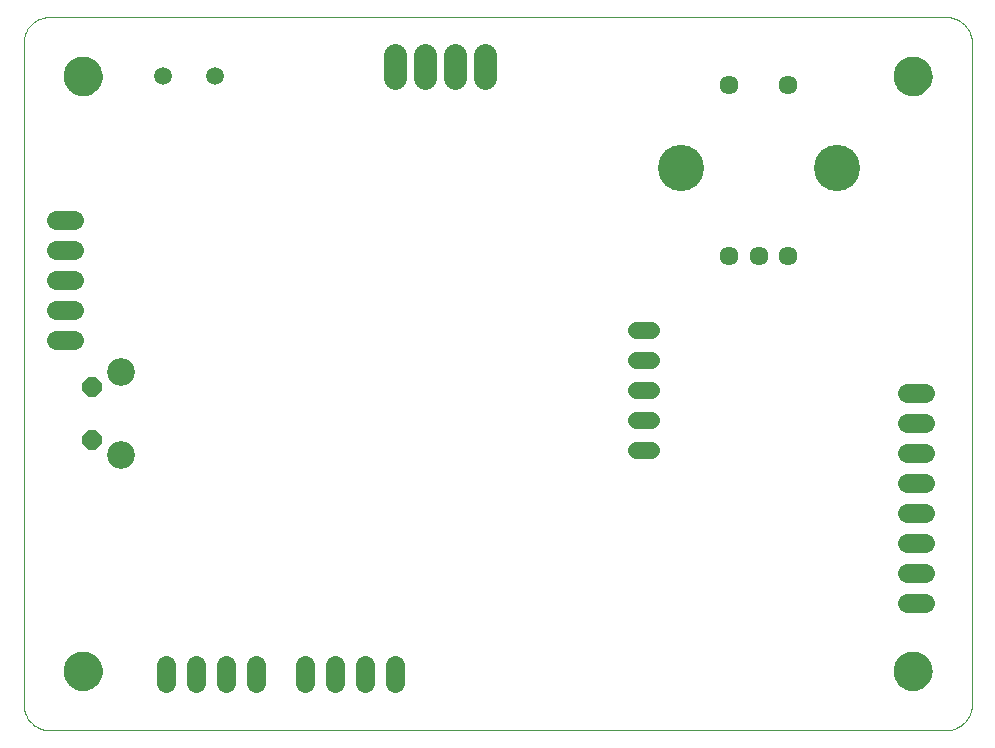
<source format=gbs>
G75*
G70*
%OFA0B0*%
%FSLAX24Y24*%
%IPPOS*%
%LPD*%
%AMOC8*
5,1,8,0,0,1.08239X$1,22.5*
%
%ADD10C,0.0000*%
%ADD11C,0.1300*%
%ADD12C,0.0560*%
%ADD13OC8,0.0640*%
%ADD14C,0.0925*%
%ADD15C,0.0594*%
%ADD16C,0.0634*%
%ADD17C,0.0780*%
%ADD18C,0.0634*%
%ADD19C,0.1540*%
D10*
X003197Y007660D02*
X033224Y007660D01*
X033281Y007666D01*
X033338Y007676D01*
X033394Y007690D01*
X033449Y007708D01*
X033503Y007729D01*
X033555Y007754D01*
X033605Y007783D01*
X033653Y007815D01*
X033699Y007850D01*
X033743Y007888D01*
X033783Y007928D01*
X033821Y007972D01*
X033856Y008018D01*
X033888Y008066D01*
X033917Y008116D01*
X033942Y008168D01*
X033963Y008222D01*
X033981Y008277D01*
X033995Y008333D01*
X034005Y008390D01*
X034011Y008447D01*
X034011Y030637D01*
X034011Y030638D02*
X034005Y030695D01*
X033995Y030752D01*
X033981Y030808D01*
X033963Y030863D01*
X033942Y030917D01*
X033917Y030969D01*
X033888Y031019D01*
X033856Y031067D01*
X033821Y031113D01*
X033783Y031157D01*
X033743Y031197D01*
X033699Y031235D01*
X033653Y031270D01*
X033605Y031302D01*
X033555Y031331D01*
X033503Y031356D01*
X033449Y031377D01*
X033394Y031395D01*
X033338Y031409D01*
X033281Y031419D01*
X033224Y031425D01*
X003197Y031425D01*
X003140Y031419D01*
X003083Y031409D01*
X003027Y031395D01*
X002972Y031377D01*
X002918Y031356D01*
X002866Y031331D01*
X002816Y031302D01*
X002768Y031270D01*
X002722Y031235D01*
X002678Y031197D01*
X002638Y031157D01*
X002600Y031113D01*
X002565Y031067D01*
X002533Y031019D01*
X002504Y030969D01*
X002479Y030917D01*
X002458Y030863D01*
X002440Y030808D01*
X002426Y030752D01*
X002416Y030695D01*
X002410Y030638D01*
X002410Y030637D02*
X002410Y008447D01*
X002416Y008390D01*
X002426Y008333D01*
X002440Y008277D01*
X002458Y008222D01*
X002479Y008168D01*
X002504Y008116D01*
X002533Y008066D01*
X002565Y008018D01*
X002600Y007972D01*
X002638Y007928D01*
X002678Y007888D01*
X002722Y007850D01*
X002768Y007815D01*
X002816Y007783D01*
X002866Y007754D01*
X002918Y007729D01*
X002972Y007708D01*
X003027Y007690D01*
X003083Y007676D01*
X003140Y007666D01*
X003197Y007660D01*
X003749Y009629D02*
X003751Y009679D01*
X003757Y009729D01*
X003767Y009778D01*
X003781Y009826D01*
X003798Y009873D01*
X003819Y009918D01*
X003844Y009962D01*
X003872Y010003D01*
X003904Y010042D01*
X003938Y010079D01*
X003975Y010113D01*
X004015Y010143D01*
X004057Y010170D01*
X004101Y010194D01*
X004147Y010215D01*
X004194Y010231D01*
X004242Y010244D01*
X004292Y010253D01*
X004341Y010258D01*
X004392Y010259D01*
X004442Y010256D01*
X004491Y010249D01*
X004540Y010238D01*
X004588Y010223D01*
X004634Y010205D01*
X004679Y010183D01*
X004722Y010157D01*
X004763Y010128D01*
X004802Y010096D01*
X004838Y010061D01*
X004870Y010023D01*
X004900Y009983D01*
X004927Y009940D01*
X004950Y009896D01*
X004969Y009850D01*
X004985Y009802D01*
X004997Y009753D01*
X005005Y009704D01*
X005009Y009654D01*
X005009Y009604D01*
X005005Y009554D01*
X004997Y009505D01*
X004985Y009456D01*
X004969Y009408D01*
X004950Y009362D01*
X004927Y009318D01*
X004900Y009275D01*
X004870Y009235D01*
X004838Y009197D01*
X004802Y009162D01*
X004763Y009130D01*
X004722Y009101D01*
X004679Y009075D01*
X004634Y009053D01*
X004588Y009035D01*
X004540Y009020D01*
X004491Y009009D01*
X004442Y009002D01*
X004392Y008999D01*
X004341Y009000D01*
X004292Y009005D01*
X004242Y009014D01*
X004194Y009027D01*
X004147Y009043D01*
X004101Y009064D01*
X004057Y009088D01*
X004015Y009115D01*
X003975Y009145D01*
X003938Y009179D01*
X003904Y009216D01*
X003872Y009255D01*
X003844Y009296D01*
X003819Y009340D01*
X003798Y009385D01*
X003781Y009432D01*
X003767Y009480D01*
X003757Y009529D01*
X003751Y009579D01*
X003749Y009629D01*
X003749Y029456D02*
X003751Y029506D01*
X003757Y029556D01*
X003767Y029605D01*
X003781Y029653D01*
X003798Y029700D01*
X003819Y029745D01*
X003844Y029789D01*
X003872Y029830D01*
X003904Y029869D01*
X003938Y029906D01*
X003975Y029940D01*
X004015Y029970D01*
X004057Y029997D01*
X004101Y030021D01*
X004147Y030042D01*
X004194Y030058D01*
X004242Y030071D01*
X004292Y030080D01*
X004341Y030085D01*
X004392Y030086D01*
X004442Y030083D01*
X004491Y030076D01*
X004540Y030065D01*
X004588Y030050D01*
X004634Y030032D01*
X004679Y030010D01*
X004722Y029984D01*
X004763Y029955D01*
X004802Y029923D01*
X004838Y029888D01*
X004870Y029850D01*
X004900Y029810D01*
X004927Y029767D01*
X004950Y029723D01*
X004969Y029677D01*
X004985Y029629D01*
X004997Y029580D01*
X005005Y029531D01*
X005009Y029481D01*
X005009Y029431D01*
X005005Y029381D01*
X004997Y029332D01*
X004985Y029283D01*
X004969Y029235D01*
X004950Y029189D01*
X004927Y029145D01*
X004900Y029102D01*
X004870Y029062D01*
X004838Y029024D01*
X004802Y028989D01*
X004763Y028957D01*
X004722Y028928D01*
X004679Y028902D01*
X004634Y028880D01*
X004588Y028862D01*
X004540Y028847D01*
X004491Y028836D01*
X004442Y028829D01*
X004392Y028826D01*
X004341Y028827D01*
X004292Y028832D01*
X004242Y028841D01*
X004194Y028854D01*
X004147Y028870D01*
X004101Y028891D01*
X004057Y028915D01*
X004015Y028942D01*
X003975Y028972D01*
X003938Y029006D01*
X003904Y029043D01*
X003872Y029082D01*
X003844Y029123D01*
X003819Y029167D01*
X003798Y029212D01*
X003781Y029259D01*
X003767Y029307D01*
X003757Y029356D01*
X003751Y029406D01*
X003749Y029456D01*
X031413Y029456D02*
X031415Y029506D01*
X031421Y029556D01*
X031431Y029605D01*
X031445Y029653D01*
X031462Y029700D01*
X031483Y029745D01*
X031508Y029789D01*
X031536Y029830D01*
X031568Y029869D01*
X031602Y029906D01*
X031639Y029940D01*
X031679Y029970D01*
X031721Y029997D01*
X031765Y030021D01*
X031811Y030042D01*
X031858Y030058D01*
X031906Y030071D01*
X031956Y030080D01*
X032005Y030085D01*
X032056Y030086D01*
X032106Y030083D01*
X032155Y030076D01*
X032204Y030065D01*
X032252Y030050D01*
X032298Y030032D01*
X032343Y030010D01*
X032386Y029984D01*
X032427Y029955D01*
X032466Y029923D01*
X032502Y029888D01*
X032534Y029850D01*
X032564Y029810D01*
X032591Y029767D01*
X032614Y029723D01*
X032633Y029677D01*
X032649Y029629D01*
X032661Y029580D01*
X032669Y029531D01*
X032673Y029481D01*
X032673Y029431D01*
X032669Y029381D01*
X032661Y029332D01*
X032649Y029283D01*
X032633Y029235D01*
X032614Y029189D01*
X032591Y029145D01*
X032564Y029102D01*
X032534Y029062D01*
X032502Y029024D01*
X032466Y028989D01*
X032427Y028957D01*
X032386Y028928D01*
X032343Y028902D01*
X032298Y028880D01*
X032252Y028862D01*
X032204Y028847D01*
X032155Y028836D01*
X032106Y028829D01*
X032056Y028826D01*
X032005Y028827D01*
X031956Y028832D01*
X031906Y028841D01*
X031858Y028854D01*
X031811Y028870D01*
X031765Y028891D01*
X031721Y028915D01*
X031679Y028942D01*
X031639Y028972D01*
X031602Y029006D01*
X031568Y029043D01*
X031536Y029082D01*
X031508Y029123D01*
X031483Y029167D01*
X031462Y029212D01*
X031445Y029259D01*
X031431Y029307D01*
X031421Y029356D01*
X031415Y029406D01*
X031413Y029456D01*
X031413Y009629D02*
X031415Y009679D01*
X031421Y009729D01*
X031431Y009778D01*
X031445Y009826D01*
X031462Y009873D01*
X031483Y009918D01*
X031508Y009962D01*
X031536Y010003D01*
X031568Y010042D01*
X031602Y010079D01*
X031639Y010113D01*
X031679Y010143D01*
X031721Y010170D01*
X031765Y010194D01*
X031811Y010215D01*
X031858Y010231D01*
X031906Y010244D01*
X031956Y010253D01*
X032005Y010258D01*
X032056Y010259D01*
X032106Y010256D01*
X032155Y010249D01*
X032204Y010238D01*
X032252Y010223D01*
X032298Y010205D01*
X032343Y010183D01*
X032386Y010157D01*
X032427Y010128D01*
X032466Y010096D01*
X032502Y010061D01*
X032534Y010023D01*
X032564Y009983D01*
X032591Y009940D01*
X032614Y009896D01*
X032633Y009850D01*
X032649Y009802D01*
X032661Y009753D01*
X032669Y009704D01*
X032673Y009654D01*
X032673Y009604D01*
X032669Y009554D01*
X032661Y009505D01*
X032649Y009456D01*
X032633Y009408D01*
X032614Y009362D01*
X032591Y009318D01*
X032564Y009275D01*
X032534Y009235D01*
X032502Y009197D01*
X032466Y009162D01*
X032427Y009130D01*
X032386Y009101D01*
X032343Y009075D01*
X032298Y009053D01*
X032252Y009035D01*
X032204Y009020D01*
X032155Y009009D01*
X032106Y009002D01*
X032056Y008999D01*
X032005Y009000D01*
X031956Y009005D01*
X031906Y009014D01*
X031858Y009027D01*
X031811Y009043D01*
X031765Y009064D01*
X031721Y009088D01*
X031679Y009115D01*
X031639Y009145D01*
X031602Y009179D01*
X031568Y009216D01*
X031536Y009255D01*
X031508Y009296D01*
X031483Y009340D01*
X031462Y009385D01*
X031445Y009432D01*
X031431Y009480D01*
X031421Y009529D01*
X031415Y009579D01*
X031413Y009629D01*
D11*
X032043Y009629D03*
X032043Y029456D03*
X004379Y029456D03*
X004379Y009629D03*
D12*
X022815Y016988D02*
X023335Y016988D01*
X023335Y017988D02*
X022815Y017988D01*
X022815Y018988D02*
X023335Y018988D01*
X023335Y019988D02*
X022815Y019988D01*
X022815Y020988D02*
X023335Y020988D01*
D13*
X004670Y019100D03*
X004670Y017320D03*
D14*
X005650Y016830D03*
X005650Y019590D03*
D15*
X007044Y029460D03*
X008776Y029460D03*
D16*
X004082Y024660D02*
X003488Y024660D01*
X003488Y023660D02*
X004082Y023660D01*
X004082Y022660D02*
X003488Y022660D01*
X003488Y021660D02*
X004082Y021660D01*
X004082Y020660D02*
X003488Y020660D01*
X007160Y009832D02*
X007160Y009238D01*
X008160Y009238D02*
X008160Y009832D01*
X009160Y009832D02*
X009160Y009238D01*
X010160Y009238D02*
X010160Y009832D01*
X011785Y009832D02*
X011785Y009238D01*
X012785Y009238D02*
X012785Y009832D01*
X013785Y009832D02*
X013785Y009238D01*
X014785Y009238D02*
X014785Y009832D01*
X031863Y011910D02*
X032457Y011910D01*
X032457Y012910D02*
X031863Y012910D01*
X031863Y013910D02*
X032457Y013910D01*
X032457Y014910D02*
X031863Y014910D01*
X031863Y015910D02*
X032457Y015910D01*
X032457Y016910D02*
X031863Y016910D01*
X031863Y017910D02*
X032457Y017910D01*
X032457Y018910D02*
X031863Y018910D01*
D17*
X017785Y029415D02*
X017785Y030155D01*
X016785Y030155D02*
X016785Y029415D01*
X015785Y029415D02*
X015785Y030155D01*
X014785Y030155D02*
X014785Y029415D01*
D18*
X025926Y029166D03*
X027894Y029166D03*
X027894Y023457D03*
X026910Y023457D03*
X025926Y023457D03*
D19*
X024312Y026410D03*
X029508Y026410D03*
M02*

</source>
